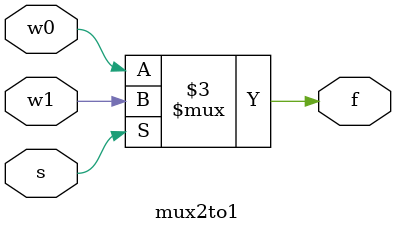
<source format=v>
module two_a(W, f);
	input [0:2]W;
	output f;
	and(m0,	W[1], W[2]);
	or(m1, W[1], W[2]);
	mux2to1 M2(m0, m1, W[0], f);
endmodule

module mux2to1(w0, w1, s, f);
	input w0, w1, s;
	output reg f;
	
	always @(w0 or w1 or s)
	begin
		f=s==1?w1:w0;
	end
endmodule

</source>
